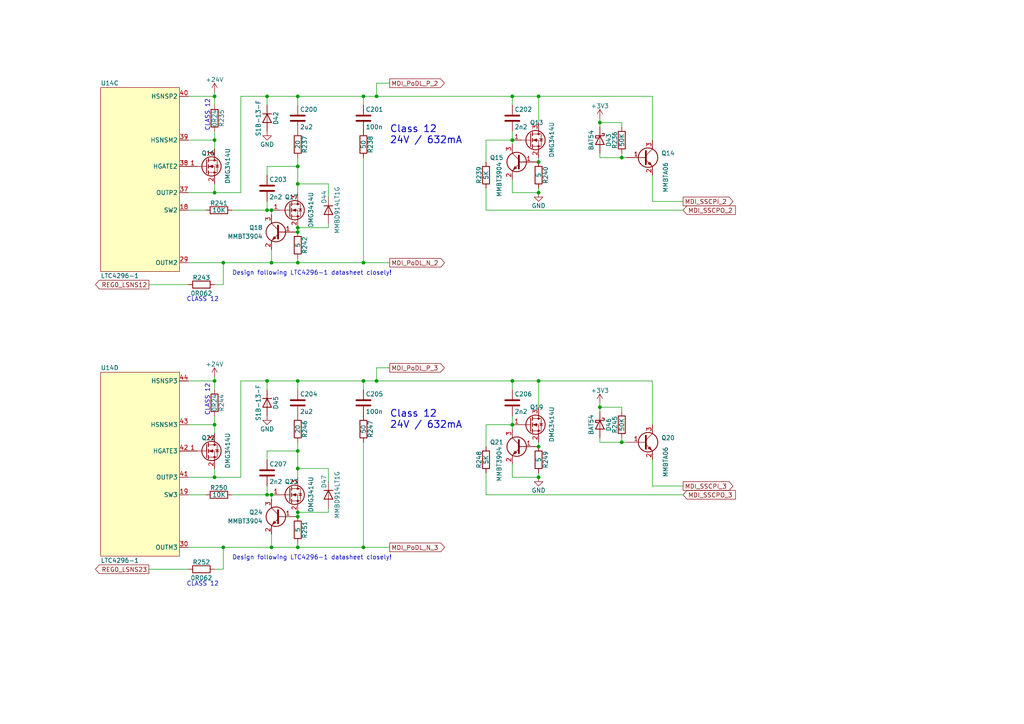
<source format=kicad_sch>
(kicad_sch (version 20211123) (generator eeschema)
  (paper "A4")
  (title_block (title "Open Hardware 10Base-T1L Switch") (date "2023-04-07") (rev "REV A") (company "Peter Heinrich") (comment 1 "Open Hardware License CERN-OHL-P v2") (comment 2 "https://github.com/peterheinrich/Open_10Base-T1L_Switch"))
  (lib_symbols
    (symbol "Device:C" (pin_numbers hide) (pin_names (offset 0.254))
      (property "Reference" "C" (at 0.635 2.54 0))
      (property "Value" "C" (at 0.635 -2.54 0))
      (symbol "C_0_1"
        (polyline (pts (xy -2.032 -0.762) (xy 2.032 -0.762)) (stroke (width 0.508)))
        (polyline (pts (xy -2.032 0.762) (xy 2.032 0.762)) (stroke (width 0.508)))
      )
      (symbol "C_1_1"
        (pin passive line (at 0 3.81 270) (length 2.794) (name "~") (number "1"))
        (pin passive line (at 0 -3.81 90) (length 2.794) (name "~") (number "2"))
      )
    )
    (symbol "Device:D" (pin_numbers hide) (pin_names (offset 1.016) hide)
      (property "Reference" "D" (at 0 2.54 0))
      (property "Value" "D" (at 0 -2.54 0))
      (symbol "D_0_1"
        (polyline (pts (xy -1.27 1.27) (xy -1.27 -1.27)) (stroke (width 0.254)))
        (polyline (pts (xy 1.27 0) (xy -1.27 0)))
        (polyline (pts (xy 1.27 1.27) (xy 1.27 -1.27) (xy -1.27 0) (xy 1.27 1.27)) (stroke (width 0.254)))
      )
      (symbol "D_1_1"
        (pin passive line (at -3.81 0 0) (length 2.54) (name "K") (number "1"))
        (pin passive line (at 3.81 0 180) (length 2.54) (name "A") (number "2"))
      )
    )
    (symbol "Device:D_Schottky" (pin_numbers hide) (pin_names (offset 1.016) hide)
      (property "Reference" "D" (at 0 2.54 0))
      (property "Value" "D_Schottky" (at 0 -2.54 0))
      (symbol "D_Schottky_0_1"
        (polyline (pts (xy 1.27 0) (xy -1.27 0)))
        (polyline (pts (xy 1.27 1.27) (xy 1.27 -1.27) (xy -1.27 0) (xy 1.27 1.27)) (stroke (width 0.254)))
        (polyline (pts (xy -1.905 0.635) (xy -1.905 1.27) (xy -1.27 1.27) (xy -1.27 -1.27) (xy -0.635 -1.27) (xy -0.635 -0.635)) (stroke (width 0.254)))
      )
      (symbol "D_Schottky_1_1"
        (pin passive line (at -3.81 0 0) (length 2.54) (name "K") (number "1"))
        (pin passive line (at 3.81 0 180) (length 2.54) (name "A") (number "2"))
      )
    )
    (symbol "Device:Q_NMOS_GSD" (pin_names (offset 0) hide)
      (property "Reference" "Q" (at 5.08 1.27 0))
      (property "Value" "Q_NMOS_GSD" (at 5.08 -1.27 0))
      (symbol "Q_NMOS_GSD_0_1"
        (polyline (pts (xy 0.254 0) (xy -2.54 0)))
        (polyline (pts (xy 0.254 1.905) (xy 0.254 -1.905)) (stroke (width 0.254)))
        (polyline (pts (xy 0.762 -1.27) (xy 0.762 -2.286)) (stroke (width 0.254)))
        (polyline (pts (xy 0.762 0.508) (xy 0.762 -0.508)) (stroke (width 0.254)))
        (polyline (pts (xy 0.762 2.286) (xy 0.762 1.27)) (stroke (width 0.254)))
        (polyline (pts (xy 2.54 2.54) (xy 2.54 1.778)))
        (polyline (pts (xy 2.54 -2.54) (xy 2.54 0) (xy 0.762 0)))
        (polyline (pts (xy 0.762 -1.778) (xy 3.302 -1.778) (xy 3.302 1.778) (xy 0.762 1.778)))
        (polyline (pts (xy 1.016 0) (xy 2.032 0.381) (xy 2.032 -0.381) (xy 1.016 0)) (fill (type outline)))
        (polyline (pts (xy 2.794 0.508) (xy 2.921 0.381) (xy 3.683 0.381) (xy 3.81 0.254)))
        (polyline (pts (xy 3.302 0.381) (xy 2.921 -0.254) (xy 3.683 -0.254) (xy 3.302 0.381)))
        (circle (center 1.651 0) (radius 2.794) (stroke (width 0.254)))
        (circle (center 2.54 -1.778) (radius 0.254) (fill (type outline)))
        (circle (center 2.54 1.778) (radius 0.254) (fill (type outline)))
      )
      (symbol "Q_NMOS_GSD_1_1"
        (pin input line (at -5.08 0 0) (length 2.54) (name "G") (number "1"))
        (pin passive line (at 2.54 -5.08 90) (length 2.54) (name "S") (number "2"))
        (pin passive line (at 2.54 5.08 270) (length 2.54) (name "D") (number "3"))
      )
    )
    (symbol "Device:Q_NPN_BEC" (pin_names (offset 0) hide)
      (property "Reference" "Q" (at 5.08 1.27 0))
      (property "Value" "Q_NPN_BEC" (at 5.08 -1.27 0))
      (symbol "Q_NPN_BEC_0_1"
        (polyline (pts (xy 0.635 0.635) (xy 2.54 2.54)))
        (polyline (pts (xy 0.635 -0.635) (xy 2.54 -2.54) (xy 2.54 -2.54)))
        (polyline (pts (xy 0.635 1.905) (xy 0.635 -1.905) (xy 0.635 -1.905)) (stroke (width 0.508)))
        (polyline (pts (xy 1.27 -1.778) (xy 1.778 -1.27) (xy 2.286 -2.286) (xy 1.27 -1.778) (xy 1.27 -1.778)) (fill (type outline)))
        (circle (center 1.27 0) (radius 2.8194) (stroke (width 0.254)))
      )
      (symbol "Q_NPN_BEC_1_1"
        (pin input line (at -5.08 0 0) (length 5.715) (name "B") (number "1"))
        (pin passive line (at 2.54 -5.08 90) (length 2.54) (name "E") (number "2"))
        (pin passive line (at 2.54 5.08 270) (length 2.54) (name "C") (number "3"))
      )
    )
    (symbol "Device:R" (pin_numbers hide) (pin_names (offset 0))
      (property "Reference" "R" (at 2.032 0 90))
      (property "Value" "R" (at 0 0 90))
      (symbol "R_0_1"
        (rectangle (start -1.016 -2.54) (end 1.016 2.54) (stroke (width 0.254)))
      )
      (symbol "R_1_1"
        (pin passive line (at 0 3.81 270) (length 1.27) (name "~") (number "1"))
        (pin passive line (at 0 -3.81 90) (length 1.27) (name "~") (number "2"))
      )
    )
    (symbol "LTC4296-1:LTC4296-1"
      (property "Reference" "U" (at 0 1.27 0))
      (property "Value" "LTC4296-1" (at 0 -54.61 0))
      (symbol "LTC4296-1_0_1"
        (rectangle (start 0 0) (end 22.86 -53.34) (fill (type background)))
      )
      (symbol "LTC4296-1_1_1"
        (pin output line (at 25.4 -30.48 180) (length 2.54) (name "OUTP0") (number "1"))
        (pin output line (at 25.4 -35.56 180) (length 2.54) (name "SW0") (number "16"))
        (pin output line (at 25.4 -22.86 180) (length 2.54) (name "HGATE0") (number "2"))
        (pin output line (at 25.4 -50.8 180) (length 2.54) (name "OUTM0") (number "25"))
        (pin input line (at 25.4 -15.24 180) (length 2.54) (name "HSNSM0") (number "3"))
        (pin input line (at 25.4 -2.54 180) (length 2.54) (name "HSNSP0") (number "4"))
      )
      (symbol "LTC4296-1_2_1"
        (pin output line (at 25.4 -30.48 180) (length 2.54) (name "OUTP0") (number "1"))
        (pin output line (at 25.4 -35.56 180) (length 2.54) (name "SW1") (number "17"))
        (pin output line (at 25.4 -50.8 180) (length 2.54) (name "OUTM1") (number "27"))
        (pin output line (at 25.4 -22.86 180) (length 2.54) (name "HGATE1") (number "34"))
        (pin input line (at 25.4 -15.24 180) (length 2.54) (name "HSNSM1") (number "35"))
        (pin input line (at 25.4 -2.54 180) (length 2.54) (name "HSNSP1") (number "36"))
      )
      (symbol "LTC4296-1_3_1"
        (pin output line (at 25.4 -35.56 180) (length 2.54) (name "SW2") (number "18"))
        (pin output line (at 25.4 -50.8 180) (length 2.54) (name "OUTM2") (number "29"))
        (pin output line (at 25.4 -30.48 180) (length 2.54) (name "OUTP2") (number "37"))
        (pin output line (at 25.4 -22.86 180) (length 2.54) (name "HGATE2") (number "38"))
        (pin input line (at 25.4 -15.24 180) (length 2.54) (name "HSNSM2") (number "39"))
        (pin input line (at 25.4 -2.54 180) (length 2.54) (name "HSNSP2") (number "40"))
      )
      (symbol "LTC4296-1_4_1"
        (pin output line (at 25.4 -35.56 180) (length 2.54) (name "SW3") (number "19"))
        (pin output line (at 25.4 -50.8 180) (length 2.54) (name "OUTM3") (number "30"))
        (pin output line (at 25.4 -30.48 180) (length 2.54) (name "OUTP3") (number "41"))
        (pin output line (at 25.4 -22.86 180) (length 2.54) (name "HGATE3") (number "42"))
        (pin input line (at 25.4 -15.24 180) (length 2.54) (name "HSNSM3") (number "43"))
        (pin input line (at 25.4 -2.54 180) (length 2.54) (name "HSNSP3") (number "44"))
      )
      (symbol "LTC4296-1_5_1"
        (pin output line (at 25.4 -35.56 180) (length 2.54) (name "SW4") (number "20"))
        (pin output line (at 25.4 -50.8 180) (length 2.54) (name "OUTM4") (number "32"))
        (pin output line (at 25.4 -30.48 180) (length 2.54) (name "OUTP4") (number "45"))
        (pin output line (at 25.4 -22.86 180) (length 2.54) (name "HGATE4") (number "46"))
        (pin input line (at 25.4 -15.24 180) (length 2.54) (name "HSNSM4") (number "47"))
        (pin input line (at 25.4 -2.54 180) (length 2.54) (name "HSNSP4") (number "48"))
      )
      (symbol "LTC4296-1_6_1"
        (pin output line (at -2.54 -7.62 0) (length 2.54) (name "SDO") (number "10"))
        (pin input line (at -2.54 -2.54 0) (length 2.54) (name "SCK") (number "11"))
        (pin input line (at -2.54 -10.16 0) (length 2.54) (name "nCS") (number "12"))
        (pin input line (at 25.4 -2.54 180) (length 2.54) (name "AUTO") (number "13"))
        (pin bidirectional line (at 25.4 -5.08 180) (length 2.54) (name "WAKEUP") (number "14"))
        (pin input line (at 25.4 -17.78 180) (length 2.54) (name "NC") (number "15"))
        (pin power_in line (at -2.54 -38.1 0) (length 2.54) (name "GND") (number "21"))
        (pin input line (at -2.54 -12.7 0) (length 2.54) (name "RT") (number "22"))
        (pin output line (at -2.54 -50.8 0) (length 2.54) (name "LGATE") (number "23"))
        (pin input line (at -2.54 -43.18 0) (length 2.54) (name "LSRC") (number "24"))
        (pin input line (at 25.4 -45.72 180) (length 2.54) (name "LSNS0") (number "26"))
        (pin input line (at 25.4 -48.26 180) (length 2.54) (name "LSNS1/LSNS2") (number "28"))
        (pin input line (at 25.4 -50.8 180) (length 2.54) (name "LSNS3/LSNS4") (number "31"))
        (pin power_in line (at -2.54 -40.64 0) (length 2.54) (name "GND") (number "49"))
        (pin input line (at 25.4 -15.24 180) (length 2.54) (name "NC") (number "5"))
        (pin power_in line (at -2.54 -25.4 0) (length 2.54) (name "IN") (number "6"))
        (pin bidirectional line (at -2.54 -27.94 0) (length 2.54) (name "CPO") (number "7"))
        (pin bidirectional line (at 25.4 -7.62 180) (length 2.54) (name "INT") (number "8"))
        (pin input line (at -2.54 -5.08 0) (length 2.54) (name "SDI") (number "9"))
      )
    )
    (symbol "power:+24V" (power) (pin_names (offset 0))
      (property "Value" "+24V" (at 0 3.556 0))
      (symbol "+24V_0_1"
        (polyline (pts (xy -0.762 1.27) (xy 0 2.54)))
        (polyline (pts (xy 0 0) (xy 0 2.54)))
        (polyline (pts (xy 0 2.54) (xy 0.762 1.27)))
      )
      (symbol "+24V_1_1"
        (pin power_in line (at 0 0 90) (length 0) hide (name "+24V") (number "1"))
      )
    )
    (symbol "power:+3V3" (power) (pin_names (offset 0))
      (property "Value" "+3V3" (at 0 3.556 0))
      (symbol "+3V3_0_1"
        (polyline (pts (xy -0.762 1.27) (xy 0 2.54)))
        (polyline (pts (xy 0 0) (xy 0 2.54)))
        (polyline (pts (xy 0 2.54) (xy 0.762 1.27)))
      )
      (symbol "+3V3_1_1"
        (pin power_in line (at 0 0 90) (length 0) hide (name "+3V3") (number "1"))
      )
    )
    (symbol "power:GND" (power) (pin_names (offset 0))
      (property "Value" "GND" (at 0 -3.81 0))
      (symbol "GND_0_1"
        (polyline (pts (xy 0 0) (xy 0 -1.27) (xy 1.27 -1.27) (xy 0 -2.54) (xy -1.27 -1.27) (xy 0 -1.27)))
      )
      (symbol "GND_1_1"
        (pin power_in line (at 0 0 270) (length 0) hide (name "GND") (number "1"))
      )
    )
  )
  (junction (at 109.22 110.49))
  (junction (at 180.34 128.27))
  (junction (at 86.36 27.94))
  (junction (at 156.21 46.99))
  (junction (at 77.47 143.51))
  (junction (at 86.36 149.86))
  (junction (at 78.74 143.51))
  (junction (at 156.21 27.94))
  (junction (at 173.99 35.56))
  (junction (at 105.41 110.49))
  (junction (at 64.77 76.2))
  (junction (at 148.59 40.64))
  (junction (at 62.23 40.64))
  (junction (at 78.74 60.96))
  (junction (at 148.59 27.94))
  (junction (at 78.74 158.75))
  (junction (at 77.47 27.94))
  (junction (at 148.59 123.19))
  (junction (at 156.21 55.88))
  (junction (at 86.36 110.49))
  (junction (at 77.47 110.49))
  (junction (at 86.36 48.26))
  (junction (at 180.34 45.72))
  (junction (at 105.41 158.75))
  (junction (at 86.36 76.2))
  (junction (at 86.36 66.04))
  (junction (at 105.41 27.94))
  (junction (at 148.59 110.49))
  (junction (at 86.36 130.81))
  (junction (at 156.21 138.43))
  (junction (at 62.23 27.94))
  (junction (at 86.36 135.89))
  (junction (at 86.36 67.31))
  (junction (at 156.21 110.49))
  (junction (at 78.74 76.2))
  (junction (at 105.41 76.2))
  (junction (at 62.23 123.19))
  (junction (at 62.23 110.49))
  (junction (at 109.22 27.94))
  (junction (at 86.36 53.34))
  (junction (at 77.47 60.96))
  (junction (at 173.99 118.11))
  (junction (at 62.23 55.88))
  (junction (at 64.77 158.75))
  (junction (at 62.23 138.43))
  (junction (at 86.36 148.59))
  (junction (at 156.21 129.54))
  (junction (at 86.36 158.75))
  (wire (pts (xy 86.36 128.27) (xy 86.36 130.81)))
  (wire (pts (xy 148.59 134.62) (xy 148.59 138.43)))
  (wire (pts (xy 54.61 27.94) (xy 62.23 27.94)))
  (wire (pts (xy 77.47 58.42) (xy 77.47 60.96)))
  (wire (pts (xy 64.77 158.75) (xy 78.74 158.75)))
  (wire (pts (xy 86.36 74.93) (xy 86.36 76.2)))
  (wire (pts (xy 86.36 130.81) (xy 86.36 135.89)))
  (wire (pts (xy 189.23 50.8) (xy 189.23 58.42)))
  (wire (pts (xy 77.47 133.35) (xy 77.47 130.81)))
  (wire (pts (xy 77.47 110.49) (xy 86.36 110.49)))
  (wire (pts (xy 113.03 24.13) (xy 109.22 24.13)))
  (wire (pts (xy 113.03 106.68) (xy 109.22 106.68)))
  (wire (pts (xy 140.97 129.54) (xy 140.97 123.19)))
  (wire (pts (xy 105.41 76.2) (xy 113.03 76.2)))
  (wire (pts (xy 109.22 106.68) (xy 109.22 110.49)))
  (wire (pts (xy 86.36 27.94) (xy 105.41 27.94)))
  (wire (pts (xy 148.59 41.91) (xy 148.59 40.64)))
  (wire (pts (xy 189.23 110.49) (xy 189.23 123.19)))
  (wire (pts (xy 78.74 62.23) (xy 78.74 60.96)))
  (wire (pts (xy 67.31 60.96) (xy 77.47 60.96)))
  (wire (pts (xy 148.59 124.46) (xy 148.59 123.19)))
  (wire (pts (xy 62.23 38.1) (xy 62.23 40.64)))
  (wire (pts (xy 173.99 118.11) (xy 180.34 118.11)))
  (wire (pts (xy 95.25 57.15) (xy 95.25 53.34)))
  (wire (pts (xy 86.36 66.04) (xy 95.25 66.04)))
  (wire (pts (xy 109.22 27.94) (xy 148.59 27.94)))
  (wire (pts (xy 173.99 128.27) (xy 173.99 127)))
  (wire (pts (xy 62.23 55.88) (xy 62.23 53.34)))
  (wire (pts (xy 140.97 60.96) (xy 198.12 60.96)))
  (wire (pts (xy 62.23 40.64) (xy 62.23 43.18)))
  (wire (pts (xy 86.36 110.49) (xy 86.36 113.03)))
  (wire (pts (xy 54.61 138.43) (xy 62.23 138.43)))
  (wire (pts (xy 180.34 127) (xy 180.34 128.27)))
  (wire (pts (xy 140.97 40.64) (xy 148.59 40.64)))
  (wire (pts (xy 156.21 54.61) (xy 156.21 55.88)))
  (wire (pts (xy 86.36 110.49) (xy 105.41 110.49)))
  (wire (pts (xy 189.23 58.42) (xy 198.12 58.42)))
  (wire (pts (xy 54.61 76.2) (xy 64.77 76.2)))
  (wire (pts (xy 173.99 34.29) (xy 173.99 35.56)))
  (wire (pts (xy 156.21 110.49) (xy 156.21 118.11)))
  (wire (pts (xy 156.21 137.16) (xy 156.21 138.43)))
  (wire (pts (xy 105.41 76.2) (xy 105.41 45.72)))
  (wire (pts (xy 95.25 64.77) (xy 95.25 66.04)))
  (wire (pts (xy 77.47 48.26) (xy 86.36 48.26)))
  (wire (pts (xy 173.99 119.38) (xy 173.99 118.11)))
  (wire (pts (xy 62.23 82.55) (xy 64.77 82.55)))
  (wire (pts (xy 173.99 36.83) (xy 173.99 35.56)))
  (wire (pts (xy 62.23 26.67) (xy 62.23 27.94)))
  (wire (pts (xy 86.36 157.48) (xy 86.36 158.75)))
  (wire (pts (xy 67.31 143.51) (xy 77.47 143.51)))
  (wire (pts (xy 189.23 140.97) (xy 198.12 140.97)))
  (wire (pts (xy 189.23 133.35) (xy 189.23 140.97)))
  (wire (pts (xy 78.74 144.78) (xy 78.74 143.51)))
  (wire (pts (xy 105.41 158.75) (xy 113.03 158.75)))
  (wire (pts (xy 105.41 27.94) (xy 109.22 27.94)))
  (wire (pts (xy 109.22 110.49) (xy 148.59 110.49)))
  (wire (pts (xy 77.47 27.94) (xy 86.36 27.94)))
  (wire (pts (xy 189.23 27.94) (xy 189.23 40.64)))
  (wire (pts (xy 181.61 128.27) (xy 180.34 128.27)))
  (wire (pts (xy 86.36 48.26) (xy 86.36 53.34)))
  (wire (pts (xy 62.23 40.64) (xy 54.61 40.64)))
  (wire (pts (xy 86.36 135.89) (xy 95.25 135.89)))
  (wire (pts (xy 43.18 82.55) (xy 54.61 82.55)))
  (wire (pts (xy 62.23 120.65) (xy 62.23 123.19)))
  (wire (pts (xy 86.36 53.34) (xy 95.25 53.34)))
  (wire (pts (xy 86.36 158.75) (xy 105.41 158.75)))
  (wire (pts (xy 181.61 45.72) (xy 180.34 45.72)))
  (wire (pts (xy 64.77 82.55) (xy 64.77 76.2)))
  (wire (pts (xy 180.34 128.27) (xy 173.99 128.27)))
  (wire (pts (xy 43.18 165.1) (xy 54.61 165.1)))
  (wire (pts (xy 86.36 76.2) (xy 105.41 76.2)))
  (wire (pts (xy 95.25 147.32) (xy 95.25 148.59)))
  (wire (pts (xy 86.36 67.31) (xy 86.36 66.04)))
  (wire (pts (xy 54.61 60.96) (xy 59.69 60.96)))
  (wire (pts (xy 78.74 76.2) (xy 86.36 76.2)))
  (wire (pts (xy 62.23 110.49) (xy 62.23 113.03)))
  (wire (pts (xy 78.74 72.39) (xy 78.74 76.2)))
  (wire (pts (xy 62.23 138.43) (xy 62.23 135.89)))
  (wire (pts (xy 95.25 139.7) (xy 95.25 135.89)))
  (wire (pts (xy 86.36 149.86) (xy 86.36 148.59)))
  (wire (pts (xy 105.41 110.49) (xy 109.22 110.49)))
  (wire (pts (xy 148.59 113.03) (xy 148.59 110.49)))
  (wire (pts (xy 140.97 137.16) (xy 140.97 143.51)))
  (wire (pts (xy 156.21 27.94) (xy 156.21 35.56)))
  (wire (pts (xy 54.61 110.49) (xy 62.23 110.49)))
  (wire (pts (xy 64.77 76.2) (xy 78.74 76.2)))
  (wire (pts (xy 86.36 148.59) (xy 95.25 148.59)))
  (wire (pts (xy 180.34 35.56) (xy 180.34 36.83)))
  (wire (pts (xy 148.59 120.65) (xy 148.59 123.19)))
  (wire (pts (xy 156.21 27.94) (xy 189.23 27.94)))
  (wire (pts (xy 54.61 55.88) (xy 62.23 55.88)))
  (wire (pts (xy 86.36 53.34) (xy 86.36 55.88)))
  (wire (pts (xy 54.61 158.75) (xy 64.77 158.75)))
  (wire (pts (xy 148.59 52.07) (xy 148.59 55.88)))
  (wire (pts (xy 62.23 138.43) (xy 69.85 138.43)))
  (wire (pts (xy 140.97 123.19) (xy 148.59 123.19)))
  (wire (pts (xy 69.85 138.43) (xy 69.85 110.49)))
  (wire (pts (xy 77.47 60.96) (xy 78.74 60.96)))
  (wire (pts (xy 140.97 54.61) (xy 140.97 60.96)))
  (wire (pts (xy 148.59 55.88) (xy 156.21 55.88)))
  (wire (pts (xy 140.97 143.51) (xy 198.12 143.51)))
  (wire (pts (xy 78.74 158.75) (xy 86.36 158.75)))
  (wire (pts (xy 77.47 140.97) (xy 77.47 143.51)))
  (wire (pts (xy 62.23 123.19) (xy 54.61 123.19)))
  (wire (pts (xy 173.99 35.56) (xy 180.34 35.56)))
  (wire (pts (xy 86.36 135.89) (xy 86.36 138.43)))
  (wire (pts (xy 78.74 154.94) (xy 78.74 158.75)))
  (wire (pts (xy 180.34 45.72) (xy 173.99 45.72)))
  (wire (pts (xy 77.47 27.94) (xy 77.47 30.48)))
  (wire (pts (xy 62.23 27.94) (xy 62.23 30.48)))
  (wire (pts (xy 54.61 143.51) (xy 59.69 143.51)))
  (wire (pts (xy 109.22 24.13) (xy 109.22 27.94)))
  (wire (pts (xy 77.47 143.51) (xy 78.74 143.51)))
  (wire (pts (xy 64.77 165.1) (xy 64.77 158.75)))
  (wire (pts (xy 173.99 116.84) (xy 173.99 118.11)))
  (wire (pts (xy 148.59 30.48) (xy 148.59 27.94)))
  (wire (pts (xy 77.47 50.8) (xy 77.47 48.26)))
  (wire (pts (xy 140.97 46.99) (xy 140.97 40.64)))
  (wire (pts (xy 105.41 158.75) (xy 105.41 128.27)))
  (wire (pts (xy 62.23 109.22) (xy 62.23 110.49)))
  (wire (pts (xy 86.36 45.72) (xy 86.36 48.26)))
  (wire (pts (xy 69.85 110.49) (xy 77.47 110.49)))
  (wire (pts (xy 62.23 165.1) (xy 64.77 165.1)))
  (wire (pts (xy 62.23 55.88) (xy 69.85 55.88)))
  (wire (pts (xy 156.21 110.49) (xy 189.23 110.49)))
  (wire (pts (xy 148.59 110.49) (xy 156.21 110.49)))
  (wire (pts (xy 180.34 118.11) (xy 180.34 119.38)))
  (wire (pts (xy 77.47 110.49) (xy 77.47 113.03)))
  (wire (pts (xy 69.85 55.88) (xy 69.85 27.94)))
  (wire (pts (xy 62.23 123.19) (xy 62.23 125.73)))
  (wire (pts (xy 173.99 45.72) (xy 173.99 44.45)))
  (wire (pts (xy 148.59 38.1) (xy 148.59 40.64)))
  (wire (pts (xy 156.21 129.54) (xy 156.21 128.27)))
  (wire (pts (xy 86.36 27.94) (xy 86.36 30.48)))
  (wire (pts (xy 105.41 27.94) (xy 105.41 30.48)))
  (wire (pts (xy 148.59 27.94) (xy 156.21 27.94)))
  (wire (pts (xy 156.21 46.99) (xy 156.21 45.72)))
  (wire (pts (xy 105.41 110.49) (xy 105.41 113.03)))
  (wire (pts (xy 180.34 44.45) (xy 180.34 45.72)))
  (wire (pts (xy 77.47 130.81) (xy 86.36 130.81)))
  (wire (pts (xy 69.85 27.94) (xy 77.47 27.94)))
  (wire (pts (xy 148.59 138.43) (xy 156.21 138.43)))
  (text "CLASS 12" (at 60.96 38.1 90) (effects (font (size 1.27 1.27)) (justify left bottom)))
  (text "Design following LTC4296-1 datasheet closely!" (at 67.31 80.01 0) (effects (font (size 1.27 1.27)) (justify left bottom)))
  (text "Class 12\n24V / 632mA" (at 113.03 41.91 0) (effects (font (size 2 2) (thickness 0.254) bold) (justify left bottom)))
  (text "CLASS 12\n" (at 63.5 87.63 180) (effects (font (size 1.27 1.27)) (justify right bottom)))
  (text "CLASS 12\n" (at 63.5 170.18 180) (effects (font (size 1.27 1.27)) (justify right bottom)))
  (text "Design following LTC4296-1 datasheet closely!" (at 67.31 162.56 0) (effects (font (size 1.27 1.27)) (justify left bottom)))
  (text "CLASS 12" (at 60.96 120.65 90) (effects (font (size 1.27 1.27)) (justify left bottom)))
  (text "Class 12\n24V / 632mA" (at 113.03 124.46 0) (effects (font (size 2 2) (thickness 0.254) bold) (justify left bottom)))
  (global_label "MDI_SSCPO_2" (shape input) (at 198.12 60.96 0) (property "Intersheet References" "${INTERSHEET_REFS}" (effects hide)))
  (global_label "REG0_LSNS23" (shape output) (at 43.18 165.1 180) (property "Intersheet References" "${INTERSHEET_REFS}" (effects hide)))
  (global_label "MDI_PoDL_P_2" (shape output) (at 113.03 24.13 0) (property "Intersheet References" "${INTERSHEET_REFS}" (effects hide)))
  (global_label "MDI_SSCPI_3" (shape output) (at 198.12 140.97 0) (property "Intersheet References" "${INTERSHEET_REFS}" (effects hide)))
  (global_label "MDI_PoDL_N_3" (shape output) (at 113.03 158.75 0) (property "Intersheet References" "${INTERSHEET_REFS}" (effects hide)))
  (global_label "MDI_SSCPO_3" (shape input) (at 198.12 143.51 0) (property "Intersheet References" "${INTERSHEET_REFS}" (effects hide)))
  (global_label "MDI_PoDL_P_3" (shape output) (at 113.03 106.68 0) (property "Intersheet References" "${INTERSHEET_REFS}" (effects hide)))
  (global_label "MDI_PoDL_N_2" (shape output) (at 113.03 76.2 0) (property "Intersheet References" "${INTERSHEET_REFS}" (effects hide)))
  (global_label "REG0_LSNS12" (shape output) (at 43.18 82.55 180) (property "Intersheet References" "${INTERSHEET_REFS}" (effects hide)))
  (global_label "MDI_SSCPI_2" (shape output) (at 198.12 58.42 0) (property "Intersheet References" "${INTERSHEET_REFS}" (effects hide)))
  (symbol (lib_id "Device:Q_NMOS_GSD") (at 153.67 40.64 0) (unit 1)
    (property "Reference" "Q13" (at 153.67 35.56 0) (effects (justify left)))
    (property "Value" "DMG3414U" (at 160.02 45.72 90) (effects (justify left)))
  )
  (symbol (lib_id "Device:R") (at 156.21 50.8 0) (unit 1)
    (property "Reference" "R240" (at 158.242 50.8 90))
    (property "Value" "5" (at 156.21 50.8 90))
    (property "Footprint" "Resistor_SMD:R_1206_3216Metric" (effects hide))
  )
  (symbol (lib_id "Device:C") (at 148.59 34.29 0) (unit 1)
    (property "Reference" "C202" (at 149.225 31.75 0) (effects (justify left)))
    (property "Value" "2n2" (at 149.225 36.83 0) (effects (justify left)))
    (property "Footprint" "Capacitor_SMD:C_0603_1608Metric" (effects hide))
  )
  (symbol (lib_id "Device:C") (at 86.36 34.29 0) (unit 1)
    (property "Reference" "C200" (at 86.995 31.75 0) (effects (justify left)))
    (property "Value" "2u2" (at 86.995 36.83 0) (effects (justify left)))
  )
  (symbol (lib_id "Device:R") (at 63.5 60.96 90) (unit 1)
    (property "Reference" "R241" (at 63.5 58.928 90))
    (property "Value" "10K" (at 63.5 60.96 90))
    (property "Footprint" "Resistor_SMD:R_0603_1608Metric" (effects hide))
  )
  (symbol (lib_id "Device:Q_NPN_BEC") (at 81.28 67.31 0) (mirror y) (unit 1)
    (property "Reference" "Q18" (at 76.2 66.04 0) (effects (justify left)))
    (property "Value" "MMBT3904" (at 76.2 68.58 0) (effects (justify left)))
  )
  (symbol (lib_id "power:+3V3") (at 173.99 34.29 0) (unit 1)
    (property "Reference" "#PWR0194" (effects hide))
    (property "Value" "+3V3" (at 173.99 30.734 0))
  )
  (symbol (lib_id "Device:C") (at 86.36 116.84 0) (unit 1)
    (property "Reference" "C204" (at 86.995 114.3 0) (effects (justify left)))
    (property "Value" "2u2" (at 86.995 119.38 0) (effects (justify left)))
  )
  (symbol (lib_id "Device:R") (at 62.23 34.29 0) (unit 1)
    (property "Reference" "R235" (at 64.262 34.29 90))
    (property "Value" "0R24" (at 62.23 34.29 90))
    (property "Footprint" "Resistor_SMD:R_1206_3216Metric" (effects hide))
  )
  (symbol (lib_id "Device:R") (at 105.41 124.46 0) (unit 1)
    (property "Reference" "R247" (at 107.442 124.46 90))
    (property "Value" "50" (at 105.41 124.46 90))
    (property "Footprint" "Resistor_SMD:R_1206_3216Metric" (effects hide))
  )
  (symbol (lib_id "Device:R") (at 180.34 123.19 180) (unit 1)
    (property "Reference" "R245" (at 178.308 123.19 90))
    (property "Value" "50K" (at 180.34 123.19 90))
    (property "Footprint" "Resistor_SMD:R_0603_1608Metric" (effects hide))
  )
  (symbol (lib_id "Device:C") (at 77.47 137.16 0) (unit 1)
    (property "Reference" "C207" (at 78.105 134.62 0) (effects (justify left)))
    (property "Value" "2n2" (at 78.105 139.7 0) (effects (justify left)))
    (property "Footprint" "Capacitor_SMD:C_0603_1608Metric" (effects hide))
  )
  (symbol (lib_id "Device:R") (at 86.36 41.91 0) (unit 1)
    (property "Reference" "R237" (at 88.392 41.91 90))
    (property "Value" "20" (at 86.36 41.91 90))
    (property "Footprint" "Resistor_SMD:R_1206_3216Metric" (effects hide))
  )
  (symbol (lib_id "Device:Q_NPN_BEC") (at 186.69 45.72 0) (unit 1)
    (property "Reference" "Q14" (at 191.77 44.45 0) (effects (justify left)))
    (property "Value" "MMBTA06" (at 193.04 55.88 90) (effects (justify left)))
  )
  (symbol (lib_id "Device:D") (at 95.25 143.51 270) (unit 1)
    (property "Reference" "D47" (at 93.98 139.7 0))
    (property "Value" "MMBD914LT1G" (at 97.79 143.51 0))
    (property "Footprint" "MMBD914L:SOT-23-DIODE" (effects hide))
  )
  (symbol (lib_id "Device:C") (at 105.41 116.84 0) (unit 1)
    (property "Reference" "C205" (at 106.045 114.3 0) (effects (justify left)))
    (property "Value" "100n" (at 106.045 119.38 0) (effects (justify left)))
  )
  (symbol (lib_id "Device:Q_NPN_BEC") (at 151.13 46.99 0) (mirror y) (unit 1)
    (property "Reference" "Q15" (at 146.05 45.72 0) (effects (justify left)))
    (property "Value" "MMBT3904" (at 144.78 57.15 90) (effects (justify left)))
  )
  (symbol (lib_id "Device:Q_NMOS_GSD") (at 83.82 60.96 0) (unit 1)
    (property "Reference" "Q17" (at 82.55 57.15 0) (effects (justify left)))
    (property "Value" "DMG3414U" (at 90.17 66.04 90) (effects (justify left)))
  )
  (symbol (lib_id "LTC4296-1:LTC4296-1") (at 29.21 25.4 0) (unit 3)
    (property "Reference" "U14" (at 29.21 24.13 0) (effects (justify left)))
    (property "Value" "LTC4296-1" (at 29.21 80.01 0) (effects (justify left)))
  )
  (symbol (lib_id "Device:Q_NPN_BEC") (at 186.69 128.27 0) (unit 1)
    (property "Reference" "Q20" (at 191.77 127 0) (effects (justify left)))
    (property "Value" "MMBTA06" (at 193.04 138.43 90) (effects (justify left)))
  )
  (symbol (lib_id "Device:R") (at 180.34 40.64 180) (unit 1)
    (property "Reference" "R236" (at 178.308 40.64 90))
    (property "Value" "50K" (at 180.34 40.64 90))
    (property "Footprint" "Resistor_SMD:R_0603_1608Metric" (effects hide))
  )
  (symbol (lib_id "Device:Q_NMOS_GSD") (at 83.82 143.51 0) (unit 1)
    (property "Reference" "Q23" (at 82.55 139.7 0) (effects (justify left)))
    (property "Value" "DMG3414U" (at 90.17 148.59 90) (effects (justify left)))
  )
  (symbol (lib_id "power:+24V") (at 62.23 109.22 0) (unit 1)
    (property "Reference" "#PWR0197" (effects hide))
    (property "Value" "+24V" (at 62.23 105.664 0))
  )
  (symbol (lib_id "Device:R") (at 105.41 41.91 0) (unit 1)
    (property "Reference" "R238" (at 107.442 41.91 90))
    (property "Value" "50" (at 105.41 41.91 90))
    (property "Footprint" "Resistor_SMD:R_1206_3216Metric" (effects hide))
  )
  (symbol (lib_id "Device:D_Schottky") (at 173.99 40.64 270) (unit 1)
    (property "Reference" "D43" (at 176.53 40.64 0))
    (property "Value" "BAT54" (at 171.45 40.64 0))
    (property "Footprint" "BAT54:SOT-23-DIODE" (effects hide))
  )
  (symbol (lib_id "Device:C") (at 148.59 116.84 0) (unit 1)
    (property "Reference" "C206" (at 149.225 114.3 0) (effects (justify left)))
    (property "Value" "2n2" (at 149.225 119.38 0) (effects (justify left)))
    (property "Footprint" "Capacitor_SMD:C_0603_1608Metric" (effects hide))
  )
  (symbol (lib_id "Device:R") (at 63.5 143.51 90) (unit 1)
    (property "Reference" "R250" (at 63.5 141.478 90))
    (property "Value" "10K" (at 63.5 143.51 90))
    (property "Footprint" "Resistor_SMD:R_0603_1608Metric" (effects hide))
  )
  (symbol (lib_id "Device:Q_NPN_BEC") (at 81.28 149.86 0) (mirror y) (unit 1)
    (property "Reference" "Q24" (at 76.2 148.59 0) (effects (justify left)))
    (property "Value" "MMBT3904" (at 76.2 151.13 0) (effects (justify left)))
  )
  (symbol (lib_id "Device:C") (at 77.47 54.61 0) (unit 1)
    (property "Reference" "C203" (at 78.105 52.07 0) (effects (justify left)))
    (property "Value" "2n2" (at 78.105 57.15 0) (effects (justify left)))
    (property "Footprint" "Capacitor_SMD:C_0603_1608Metric" (effects hide))
  )
  (symbol (lib_id "Device:Q_NMOS_GSD") (at 59.69 48.26 0) (unit 1)
    (property "Reference" "Q16" (at 58.42 44.45 0) (effects (justify left)))
    (property "Value" "DMG3414U" (at 66.04 53.34 90) (effects (justify left)))
  )
  (symbol (lib_id "Device:R") (at 86.36 153.67 0) (unit 1)
    (property "Reference" "R251" (at 88.392 153.67 90))
    (property "Value" "5" (at 86.36 153.67 90))
    (property "Footprint" "Resistor_SMD:R_1206_3216Metric" (effects hide))
  )
  (symbol (lib_id "power:+24V") (at 62.23 26.67 0) (unit 1)
    (property "Reference" "#PWR0193" (effects hide))
    (property "Value" "+24V" (at 62.23 23.114 0))
  )
  (symbol (lib_id "Device:Q_NMOS_GSD") (at 59.69 130.81 0) (unit 1)
    (property "Reference" "Q22" (at 58.42 127 0) (effects (justify left)))
    (property "Value" "DMG3414U" (at 66.04 135.89 90) (effects (justify left)))
  )
  (symbol (lib_id "Device:D") (at 77.47 34.29 270) (unit 1)
    (property "Reference" "D42" (at 80.01 34.29 0))
    (property "Value" "S1B-13-F" (at 74.93 34.29 0))
    (property "Footprint" "Diode_SMD:D_SMB" (effects hide))
  )
  (symbol (lib_id "power:GND") (at 77.47 120.65 0) (unit 1)
    (property "Reference" "#PWR0199" (effects hide))
    (property "Value" "GND" (at 77.47 124.46 0))
  )
  (symbol (lib_id "Device:D_Schottky") (at 173.99 123.19 270) (unit 1)
    (property "Reference" "D46" (at 176.53 123.19 0))
    (property "Value" "BAT54" (at 171.45 123.19 0))
    (property "Footprint" "BAT54:SOT-23-DIODE" (effects hide))
  )
  (symbol (lib_id "Device:R") (at 62.23 116.84 0) (unit 1)
    (property "Reference" "R244" (at 64.262 116.84 90))
    (property "Value" "0R24" (at 62.23 116.84 90))
    (property "Footprint" "Resistor_SMD:R_1206_3216Metric" (effects hide))
  )
  (symbol (lib_id "power:GND") (at 156.21 55.88 0) (unit 1)
    (property "Reference" "#PWR0196" (effects hide))
    (property "Value" "GND" (at 156.21 59.69 0))
  )
  (symbol (lib_id "power:GND") (at 77.47 38.1 0) (unit 1)
    (property "Reference" "#PWR0195" (effects hide))
    (property "Value" "GND" (at 77.47 41.91 0))
  )
  (symbol (lib_id "Device:C") (at 105.41 34.29 0) (unit 1)
    (property "Reference" "C201" (at 106.045 31.75 0) (effects (justify left)))
    (property "Value" "100n" (at 106.045 36.83 0) (effects (justify left)))
  )
  (symbol (lib_id "LTC4296-1:LTC4296-1") (at 29.21 107.95 0) (unit 4)
    (property "Reference" "U14" (at 29.21 106.68 0) (effects (justify left)))
    (property "Value" "LTC4296-1" (at 29.21 162.56 0) (effects (justify left)))
  )
  (symbol (lib_id "Device:R") (at 156.21 133.35 0) (unit 1)
    (property "Reference" "R249" (at 158.242 133.35 90))
    (property "Value" "5" (at 156.21 133.35 90))
    (property "Footprint" "Resistor_SMD:R_1206_3216Metric" (effects hide))
  )
  (symbol (lib_id "Device:D") (at 77.47 116.84 270) (unit 1)
    (property "Reference" "D45" (at 80.01 116.84 0))
    (property "Value" "S1B-13-F" (at 74.93 116.84 0))
    (property "Footprint" "Diode_SMD:D_SMB" (effects hide))
  )
  (symbol (lib_id "Device:R") (at 58.42 82.55 90) (unit 1)
    (property "Reference" "R243" (at 58.42 80.518 90))
    (property "Value" "0R062" (at 58.42 85.09 90))
    (property "Footprint" "Resistor_SMD:R_1206_3216Metric" (effects hide))
  )
  (symbol (lib_id "power:+3V3") (at 173.99 116.84 0) (unit 1)
    (property "Reference" "#PWR0198" (effects hide))
    (property "Value" "+3V3" (at 173.99 113.284 0))
  )
  (symbol (lib_id "Device:Q_NPN_BEC") (at 151.13 129.54 0) (mirror y) (unit 1)
    (property "Reference" "Q21" (at 146.05 128.27 0) (effects (justify left)))
    (property "Value" "MMBT3904" (at 144.78 139.7 90) (effects (justify left)))
  )
  (symbol (lib_id "power:GND") (at 156.21 138.43 0) (unit 1)
    (property "Reference" "#PWR0200" (effects hide))
    (property "Value" "GND" (at 156.21 142.24 0))
  )
  (symbol (lib_id "Device:R") (at 86.36 71.12 0) (unit 1)
    (property "Reference" "R242" (at 88.392 71.12 90))
    (property "Value" "5" (at 86.36 71.12 90))
    (property "Footprint" "Resistor_SMD:R_1206_3216Metric" (effects hide))
  )
  (symbol (lib_id "Device:Q_NMOS_GSD") (at 153.67 123.19 0) (unit 1)
    (property "Reference" "Q19" (at 153.67 118.11 0) (effects (justify left)))
    (property "Value" "DMG3414U" (at 160.02 128.27 90) (effects (justify left)))
  )
  (symbol (lib_id "Device:R") (at 58.42 165.1 90) (unit 1)
    (property "Reference" "R252" (at 58.42 163.068 90))
    (property "Value" "0R062" (at 58.42 167.64 90))
    (property "Footprint" "Resistor_SMD:R_1206_3216Metric" (effects hide))
  )
  (symbol (lib_id "Device:R") (at 140.97 50.8 180) (unit 1)
    (property "Reference" "R239" (at 138.938 50.8 90))
    (property "Value" "5K" (at 140.97 50.8 90))
    (property "Footprint" "Resistor_SMD:R_0603_1608Metric" (effects hide))
  )
  (symbol (lib_id "Device:D") (at 95.25 60.96 270) (unit 1)
    (property "Reference" "D44" (at 93.98 57.15 0))
    (property "Value" "MMBD914LT1G" (at 97.79 60.96 0))
    (property "Footprint" "MMBD914L:SOT-23-DIODE" (effects hide))
  )
  (symbol (lib_id "Device:R") (at 140.97 133.35 180) (unit 1)
    (property "Reference" "R248" (at 138.938 133.35 90))
    (property "Value" "5K" (at 140.97 133.35 90))
    (property "Footprint" "Resistor_SMD:R_0603_1608Metric" (effects hide))
  )
  (symbol (lib_id "Device:R") (at 86.36 124.46 0) (unit 1)
    (property "Reference" "R246" (at 88.392 124.46 90))
    (property "Value" "20" (at 86.36 124.46 90))
    (property "Footprint" "Resistor_SMD:R_1206_3216Metric" (effects hide))
  )
)
</source>
